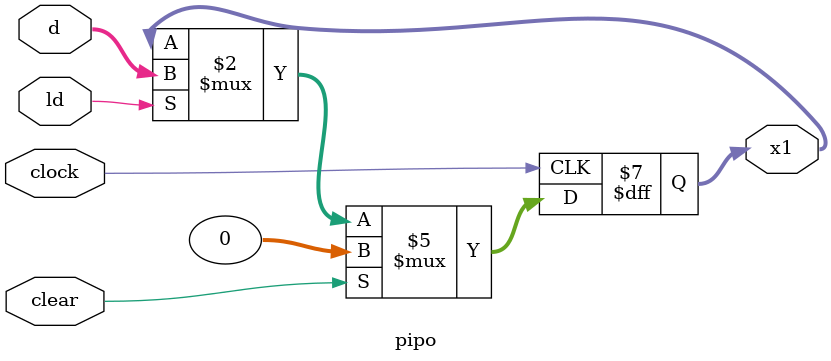
<source format=v>
`timescale 1ns / 1ps


module pipo (x1,d,ld,clear,clock);
input ld,clear,clock;
input [31:0] d;
output reg[31:0] x1;

always @(posedge clock)
begin
 if(clear)
   x1 <= 32'd0;
 else if(ld)
   x1 <= d;
 end
 
endmodule

</source>
